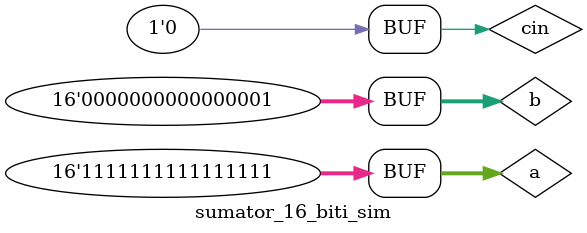
<source format=v>
`timescale 1ns / 1ps


module sumator_16_biti_sim(

    );
    
    reg[15:0] a, b;
    reg cin;
    wire[15:0] result;
    wire cout;
    
    sumator_16_biti nume(a, b, cin, result, cout);
    
    initial begin 
        a=0; b=0; cin=0;
        #50
        a=2000;
        b=3000;
        #50
        a = 100;
        b = 200;
        #50
        a = 65535;
        b = 1;
    end
endmodule

</source>
